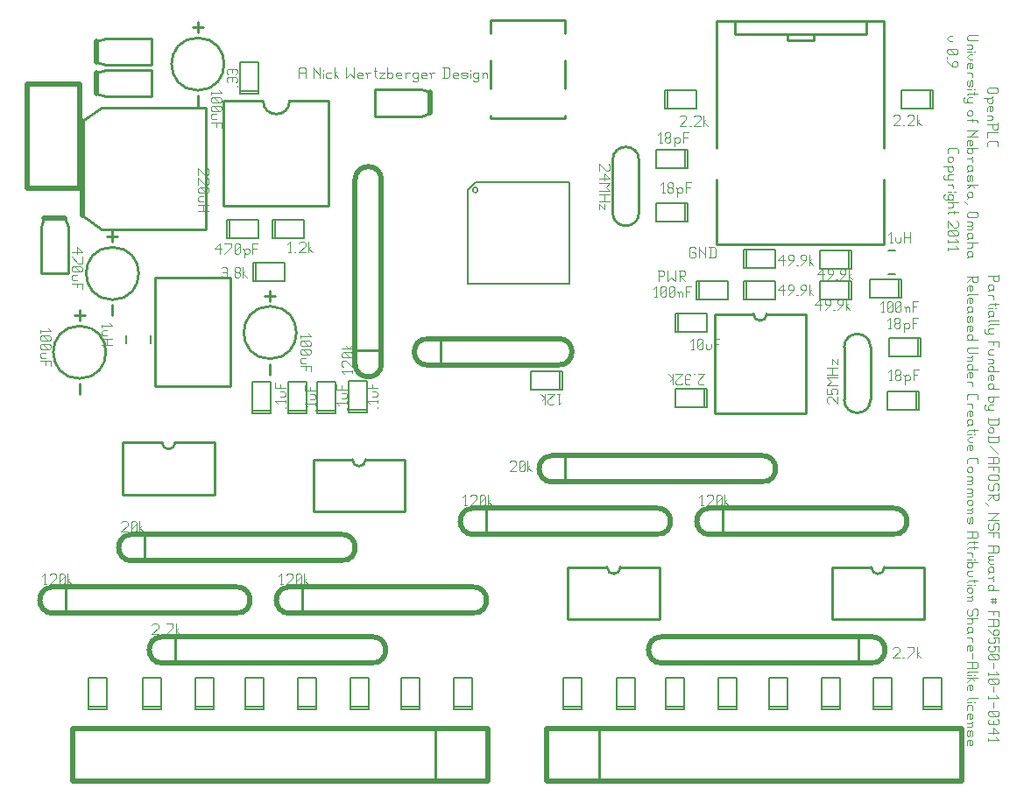
<source format=gto>
G04 start of page 7 for group -4079 idx -4079 *
G04 Title: (unknown), topsilk *
G04 Creator: pcb 20091103 *
G04 CreationDate: Wed 19 Jan 2011 06:29:37 AM GMT UTC *
G04 For: nwertzberger *
G04 Format: Gerber/RS-274X *
G04 PCB-Dimensions: 400000 300000 *
G04 PCB-Coordinate-Origin: lower left *
%MOIN*%
%FSLAX25Y25*%
%LNFRONTSILK*%
%ADD11C,0.0200*%
%ADD12C,0.0100*%
%ADD56C,0.0040*%
%ADD57C,0.0080*%
G54D56*X253000Y204300D02*Y200300D01*
X252500Y204300D02*X254500D01*
X255000Y203800D01*
Y202800D01*
X254500Y202300D02*X255000Y202800D01*
X253000Y202300D02*X254500D01*
X256201Y204300D02*Y200300D01*
X257701Y201800D01*
X259201Y200300D01*
Y204300D02*Y200300D01*
X260402Y204300D02*X262402D01*
X262902Y203800D01*
Y202800D01*
X262402Y202300D02*X262902Y202800D01*
X260902Y202300D02*X262402D01*
X260902Y204300D02*Y200300D01*
Y202300D02*X262902Y200300D01*
X266500Y213300D02*X267000Y212800D01*
X265000Y213300D02*X266500D01*
X264500Y212800D02*X265000Y213300D01*
X264500Y212800D02*Y209800D01*
X265000Y209300D01*
X266500D01*
X267000Y209800D01*
Y210800D02*Y209800D01*
X266500Y211300D02*X267000Y210800D01*
X265500Y211300D02*X266500D01*
X268201Y213300D02*Y209300D01*
Y213300D02*Y212800D01*
X270701Y210300D01*
Y213300D02*Y209300D01*
X272402Y213300D02*Y209300D01*
X273902Y213300D02*X274402Y212800D01*
Y209800D01*
X273902Y209300D02*X274402Y209800D01*
X271902Y209300D02*X273902D01*
X271902Y213300D02*X273902D01*
X362800Y250500D02*Y249000D01*
X363300Y251000D02*X362800Y250500D01*
X363300Y251000D02*X366300D01*
X366800Y250500D01*
Y249000D01*
X363300Y247799D02*X364300D01*
X364800Y247299D01*
Y246299D01*
X364300Y245799D01*
X363300D02*X364300D01*
X362800Y246299D02*X363300Y245799D01*
X362800Y247299D02*Y246299D01*
X363300Y247799D02*X362800Y247299D01*
X361300Y244098D02*X364300D01*
X364800Y244598D02*X364300Y244098D01*
X364800Y243598D01*
Y242598D01*
X364300Y242098D01*
X363300D02*X364300D01*
X362800Y242598D02*X363300Y242098D01*
X362800Y243598D02*Y242598D01*
X363300Y244098D02*X362800Y243598D01*
X363300Y240897D02*X364800D01*
X363300D02*X362800Y240397D01*
X361800Y238897D02*X364800D01*
X361300Y239397D02*X361800Y238897D01*
X361300Y240397D02*Y239397D01*
X361800Y240897D02*X361300Y240397D01*
X362800D02*Y239397D01*
X363300Y238897D01*
X362800Y237196D02*X364300D01*
X364800Y236696D01*
Y235696D01*
Y237696D02*X364300Y237196D01*
X365300Y234495D02*X365800D01*
X362800D02*X364300D01*
X364800Y231994D02*X364300Y231494D01*
X364800Y232994D02*Y231994D01*
X364300Y233494D02*X364800Y232994D01*
X363300Y233494D02*X364300D01*
X363300D02*X362800Y232994D01*
Y231994D01*
X363300Y231494D01*
X361800Y233494D02*X361300Y232994D01*
Y231994D01*
X361800Y231494D01*
X364800D01*
X362800Y230293D02*X366800D01*
X364300D02*X364800Y229793D01*
Y228793D01*
X364300Y228293D01*
X362800D02*X364300D01*
X363300Y226592D02*X366800D01*
X363300D02*X362800Y226092D01*
X365300Y227092D02*Y226092D01*
X366300Y223291D02*X366800Y222791D01*
Y221291D01*
X366300Y220791D01*
X365300D02*X366300D01*
X362800Y223291D02*X365300Y220791D01*
X362800Y223291D02*Y220791D01*
X363300Y219590D02*X362800Y219090D01*
X363300Y219590D02*X366300D01*
X366800Y219090D01*
Y218090D01*
X366300Y217590D01*
X363300D02*X366300D01*
X362800Y218090D02*X363300Y217590D01*
X362800Y219090D02*Y218090D01*
X363800Y219590D02*X365800Y217590D01*
X362800Y215889D02*Y214889D01*
Y215389D02*X366800D01*
X365800Y216389D02*X366800Y215389D01*
X362800Y213188D02*Y212188D01*
Y212688D02*X366800D01*
X365800Y213688D02*X366800Y212688D01*
X370800Y294000D02*X374300D01*
X370800D02*X370300Y293500D01*
Y292500D01*
X370800Y292000D01*
X374300D01*
X370300Y290299D02*X371800D01*
X372300Y289799D01*
Y289299D01*
X371800Y288799D01*
X370300D02*X371800D01*
X372300Y290799D02*X371800Y290299D01*
X372800Y287598D02*X373300D01*
X370300D02*X371800D01*
X371300Y286597D02*X372300D01*
X371300D02*X370300Y285597D01*
X371300Y284597D01*
X372300D01*
X370300Y282896D02*Y281396D01*
X370800Y283396D02*X370300Y282896D01*
X370800Y283396D02*X371800D01*
X372300Y282896D01*
Y281896D01*
X371800Y281396D01*
X371300Y283396D02*Y281396D01*
X371800D01*
X370300Y279695D02*X371800D01*
X372300Y279195D01*
Y278195D01*
Y280195D02*X371800Y279695D01*
X370300Y276494D02*Y274994D01*
X370800Y274494D01*
X371300Y274994D02*X370800Y274494D01*
X371300Y276494D02*Y274994D01*
X371800Y276994D02*X371300Y276494D01*
X371800Y276994D02*X372300Y276494D01*
Y274994D01*
X371800Y274494D01*
X370800Y276994D02*X370300Y276494D01*
X372800Y273293D02*X373300D01*
X370300D02*X371800D01*
X370800Y271792D02*X374300D01*
X370800D02*X370300Y271292D01*
X372800Y272292D02*Y271292D01*
X370800Y270291D02*X372300D01*
X370800D02*X370300Y269791D01*
X369300Y268291D02*X372300D01*
X368800Y268791D02*X369300Y268291D01*
X368800Y269791D02*Y268791D01*
X369300Y270291D02*X368800Y269791D01*
X370300D02*Y268791D01*
X370800Y268291D01*
Y265290D02*X371800D01*
X372300Y264790D01*
Y263790D01*
X371800Y263290D01*
X370800D02*X371800D01*
X370300Y263790D02*X370800Y263290D01*
X370300Y264790D02*Y263790D01*
X370800Y265290D02*X370300Y264790D01*
Y261589D02*X373800D01*
X374300Y261089D01*
Y260589D01*
X372300Y262089D02*Y261089D01*
X370300Y257788D02*X374300D01*
X373800D02*X374300D01*
X373800D02*X371300Y255288D01*
X370300D02*X374300D01*
X370300Y253587D02*Y252087D01*
X370800Y254087D02*X370300Y253587D01*
X370800Y254087D02*X371800D01*
X372300Y253587D01*
Y252587D01*
X371800Y252087D01*
X371300Y254087D02*Y252087D01*
X371800D01*
X370300Y250886D02*X374300D01*
X370800D02*X370300Y250386D01*
Y249386D01*
X370800Y248886D01*
X371800D01*
X372300Y249386D02*X371800Y248886D01*
X372300Y250386D02*Y249386D01*
X371800Y250886D02*X372300Y250386D01*
X370300Y247185D02*X371800D01*
X372300Y246685D01*
Y245685D01*
Y247685D02*X371800Y247185D01*
X372300Y242984D02*X371800Y242484D01*
X372300Y243984D02*Y242984D01*
X371800Y244484D02*X372300Y243984D01*
X370800Y244484D02*X371800D01*
X370800D02*X370300Y243984D01*
X370800Y242484D02*X372300D01*
X370800D02*X370300Y241984D01*
Y243984D02*Y242984D01*
X370800Y242484D01*
X370300Y240283D02*Y238783D01*
X370800Y238283D01*
X371300Y238783D02*X370800Y238283D01*
X371300Y240283D02*Y238783D01*
X371800Y240783D02*X371300Y240283D01*
X371800Y240783D02*X372300Y240283D01*
Y238783D01*
X371800Y238283D01*
X370800Y240783D02*X370300Y240283D01*
Y237082D02*X374300D01*
X371800D02*X370300Y235582D01*
X371800Y237082D02*X372800Y236082D01*
X372300Y232881D02*X371800Y232381D01*
X372300Y233881D02*Y232881D01*
X371800Y234381D02*X372300Y233881D01*
X370800Y234381D02*X371800D01*
X370800D02*X370300Y233881D01*
X370800Y232381D02*X372300D01*
X370800D02*X370300Y231881D01*
Y233881D02*Y232881D01*
X370800Y232381D01*
X369300Y230680D02*X370300Y229680D01*
X370800Y226679D02*X373800D01*
X374300Y226179D01*
Y225179D01*
X373800Y224679D01*
X370800D02*X373800D01*
X370300Y225179D02*X370800Y224679D01*
X370300Y226179D02*Y225179D01*
X370800Y226679D02*X370300Y226179D01*
Y222978D02*X371800D01*
X372300Y222478D01*
Y221978D01*
X371800Y221478D01*
X370300D02*X371800D01*
X372300Y220978D01*
Y220478D01*
X371800Y219978D01*
X370300D02*X371800D01*
X372300Y223478D02*X371800Y222978D01*
X372300Y217277D02*X371800Y216777D01*
X372300Y218277D02*Y217277D01*
X371800Y218777D02*X372300Y218277D01*
X370800Y218777D02*X371800D01*
X370800D02*X370300Y218277D01*
X370800Y216777D02*X372300D01*
X370800D02*X370300Y216277D01*
Y218277D02*Y217277D01*
X370800Y216777D01*
X370300Y215076D02*X374300D01*
X371800D02*X372300Y214576D01*
Y213576D01*
X371800Y213076D01*
X370300D02*X371800D01*
X372300Y210375D02*X371800Y209875D01*
X372300Y211375D02*Y210375D01*
X371800Y211875D02*X372300Y211375D01*
X370800Y211875D02*X371800D01*
X370800D02*X370300Y211375D01*
X370800Y209875D02*X372300D01*
X370800D02*X370300Y209375D01*
Y211375D02*Y210375D01*
X370800Y209875D01*
X363576Y293794D02*X364576D01*
X363576D02*X362576Y292794D01*
X363576Y291794D01*
X364576D01*
X363076Y288793D02*X362576Y288293D01*
X363076Y288793D02*X366076D01*
X366576Y288293D01*
Y287293D01*
X366076Y286793D01*
X363076D02*X366076D01*
X362576Y287293D02*X363076Y286793D01*
X362576Y288293D02*Y287293D01*
X363576Y288793D02*X365576Y286793D01*
X362576Y285592D02*Y285092D01*
Y283891D02*X364576Y281891D01*
X366076D01*
X366576Y282391D02*X366076Y281891D01*
X366576Y283391D02*Y282391D01*
X366076Y283891D02*X366576Y283391D01*
X365076Y283891D02*X366076D01*
X365076D02*X364576Y283391D01*
Y281891D01*
X378500Y273900D02*X381500D01*
X382000Y273400D01*
Y272400D01*
X381500Y271900D01*
X378500D02*X381500D01*
X378000Y272400D02*X378500Y271900D01*
X378000Y273400D02*Y272400D01*
X378500Y273900D02*X378000Y273400D01*
X376500Y270199D02*X379500D01*
X380000Y270699D02*X379500Y270199D01*
X380000Y269699D01*
Y268699D01*
X379500Y268199D01*
X378500D02*X379500D01*
X378000Y268699D02*X378500Y268199D01*
X378000Y269699D02*Y268699D01*
X378500Y270199D02*X378000Y269699D01*
Y266498D02*Y264998D01*
X378500Y266998D02*X378000Y266498D01*
X378500Y266998D02*X379500D01*
X380000Y266498D01*
Y265498D01*
X379500Y264998D01*
X379000Y266998D02*Y264998D01*
X379500D01*
X378000Y263297D02*X379500D01*
X380000Y262797D01*
Y262297D01*
X379500Y261797D01*
X378000D02*X379500D01*
X380000Y263797D02*X379500Y263297D01*
X378000Y260096D02*X382000D01*
Y260596D02*Y258596D01*
X381500Y258096D01*
X380500D02*X381500D01*
X380000Y258596D02*X380500Y258096D01*
X380000Y260096D02*Y258596D01*
X378000Y256895D02*X382000D01*
X378000D02*Y254895D01*
Y253194D02*Y251694D01*
X378500Y253694D02*X378000Y253194D01*
X378500Y253694D02*X381500D01*
X382000Y253194D01*
Y251694D01*
X374355Y202417D02*Y200417D01*
X373855Y199917D01*
X372855D02*X373855D01*
X372355Y200417D02*X372855Y199917D01*
X372355Y201917D02*Y200417D01*
X370355Y201917D02*X374355D01*
X372355D02*X370355Y199917D01*
Y198216D02*Y196716D01*
X370855Y198716D02*X370355Y198216D01*
X370855Y198716D02*X371855D01*
X372355Y198216D01*
Y197216D01*
X371855Y196716D01*
X371355Y198716D02*Y196716D01*
X371855D01*
X370855Y195515D02*X374355D01*
X370855D02*X370355Y195015D01*
Y193514D02*Y192014D01*
X370855Y194014D02*X370355Y193514D01*
X370855Y194014D02*X371855D01*
X372355Y193514D01*
Y192514D01*
X371855Y192014D01*
X371355Y194014D02*Y192014D01*
X371855D01*
X372355Y189313D02*X371855Y188813D01*
X372355Y190313D02*Y189313D01*
X371855Y190813D02*X372355Y190313D01*
X370855Y190813D02*X371855D01*
X370855D02*X370355Y190313D01*
X370855Y188813D02*X372355D01*
X370855D02*X370355Y188313D01*
Y190313D02*Y189313D01*
X370855Y188813D01*
X370355Y186612D02*Y185112D01*
X370855Y184612D01*
X371355Y185112D02*X370855Y184612D01*
X371355Y186612D02*Y185112D01*
X371855Y187112D02*X371355Y186612D01*
X371855Y187112D02*X372355Y186612D01*
Y185112D01*
X371855Y184612D01*
X370855Y187112D02*X370355Y186612D01*
Y182911D02*Y181411D01*
X370855Y183411D02*X370355Y182911D01*
X370855Y183411D02*X371855D01*
X372355Y182911D01*
Y181911D01*
X371855Y181411D01*
X371355Y183411D02*Y181411D01*
X371855D01*
X370355Y178210D02*X374355D01*
X370355Y178710D02*X370855Y178210D01*
X370355Y179710D02*Y178710D01*
X370855Y180210D02*X370355Y179710D01*
X370855Y180210D02*X371855D01*
X372355Y179710D01*
Y178710D01*
X371855Y178210D01*
X370855Y175209D02*X374355D01*
X370855D02*X370355Y174709D01*
Y173709D01*
X370855Y173209D01*
X374355D01*
X370355Y171508D02*X371855D01*
X372355Y171008D01*
Y170508D01*
X371855Y170008D01*
X370355D02*X371855D01*
X372355Y172008D02*X371855Y171508D01*
X370355Y166807D02*X374355D01*
X370355Y167307D02*X370855Y166807D01*
X370355Y168307D02*Y167307D01*
X370855Y168807D02*X370355Y168307D01*
X370855Y168807D02*X371855D01*
X372355Y168307D01*
Y167307D01*
X371855Y166807D01*
X370355Y165106D02*Y163606D01*
X370855Y165606D02*X370355Y165106D01*
X370855Y165606D02*X371855D01*
X372355Y165106D01*
Y164106D01*
X371855Y163606D01*
X371355Y165606D02*Y163606D01*
X371855D01*
X370355Y161905D02*X371855D01*
X372355Y161405D01*
Y160405D01*
Y162405D02*X371855Y161905D01*
X370355Y156904D02*Y155404D01*
X370855Y157404D02*X370355Y156904D01*
X370855Y157404D02*X373855D01*
X374355Y156904D01*
Y155404D01*
X370355Y153703D02*X371855D01*
X372355Y153203D01*
Y152203D01*
Y154203D02*X371855Y153703D01*
X370355Y150502D02*Y149002D01*
X370855Y151002D02*X370355Y150502D01*
X370855Y151002D02*X371855D01*
X372355Y150502D01*
Y149502D01*
X371855Y149002D01*
X371355Y151002D02*Y149002D01*
X371855D01*
X372355Y146301D02*X371855Y145801D01*
X372355Y147301D02*Y146301D01*
X371855Y147801D02*X372355Y147301D01*
X370855Y147801D02*X371855D01*
X370855D02*X370355Y147301D01*
X370855Y145801D02*X372355D01*
X370855D02*X370355Y145301D01*
Y147301D02*Y146301D01*
X370855Y145801D01*
Y143600D02*X374355D01*
X370855D02*X370355Y143100D01*
X372855Y144100D02*Y143100D01*
Y142099D02*X373355D01*
X370355D02*X371855D01*
X371355Y141098D02*X372355D01*
X371355D02*X370355Y140098D01*
X371355Y139098D01*
X372355D01*
X370355Y137397D02*Y135897D01*
X370855Y137897D02*X370355Y137397D01*
X370855Y137897D02*X371855D01*
X372355Y137397D01*
Y136397D01*
X371855Y135897D01*
X371355Y137897D02*Y135897D01*
X371855D01*
X370355Y132396D02*Y130896D01*
X370855Y132896D02*X370355Y132396D01*
X370855Y132896D02*X373855D01*
X374355Y132396D01*
Y130896D01*
X370855Y129695D02*X371855D01*
X372355Y129195D01*
Y128195D01*
X371855Y127695D01*
X370855D02*X371855D01*
X370355Y128195D02*X370855Y127695D01*
X370355Y129195D02*Y128195D01*
X370855Y129695D02*X370355Y129195D01*
Y125994D02*X371855D01*
X372355Y125494D01*
Y124994D01*
X371855Y124494D01*
X370355D02*X371855D01*
X372355Y123994D01*
Y123494D01*
X371855Y122994D01*
X370355D02*X371855D01*
X372355Y126494D02*X371855Y125994D01*
X370355Y121293D02*X371855D01*
X372355Y120793D01*
Y120293D01*
X371855Y119793D01*
X370355D02*X371855D01*
X372355Y119293D01*
Y118793D01*
X371855Y118293D01*
X370355D02*X371855D01*
X372355Y121793D02*X371855Y121293D01*
X370855Y117092D02*X371855D01*
X372355Y116592D01*
Y115592D01*
X371855Y115092D01*
X370855D02*X371855D01*
X370355Y115592D02*X370855Y115092D01*
X370355Y116592D02*Y115592D01*
X370855Y117092D02*X370355Y116592D01*
Y113391D02*X371855D01*
X372355Y112891D01*
Y112391D01*
X371855Y111891D01*
X370355D02*X371855D01*
X372355Y113891D02*X371855Y113391D01*
X370355Y110190D02*Y108690D01*
X370855Y108190D01*
X371355Y108690D02*X370855Y108190D01*
X371355Y110190D02*Y108690D01*
X371855Y110690D02*X371355Y110190D01*
X371855Y110690D02*X372355Y110190D01*
Y108690D01*
X371855Y108190D01*
X370855Y110690D02*X370355Y110190D01*
Y105189D02*X373855D01*
X374355Y104689D01*
Y103189D01*
X373855Y102689D01*
X370355D02*X373855D01*
X372355Y105189D02*Y102689D01*
X370855Y100988D02*X374355D01*
X370855D02*X370355Y100488D01*
X372855Y101488D02*Y100488D01*
X370855Y98987D02*X374355D01*
X370855D02*X370355Y98487D01*
X372855Y99487D02*Y98487D01*
X370355Y96986D02*X371855D01*
X372355Y96486D01*
Y95486D01*
Y97486D02*X371855Y96986D01*
X372855Y94285D02*X373355D01*
X370355D02*X371855D01*
X370355Y93284D02*X374355D01*
X370855D02*X370355Y92784D01*
Y91784D01*
X370855Y91284D01*
X371855D01*
X372355Y91784D02*X371855Y91284D01*
X372355Y92784D02*Y91784D01*
X371855Y93284D02*X372355Y92784D01*
X370855Y90083D02*X372355D01*
X370855D02*X370355Y89583D01*
Y88583D01*
X370855Y88083D01*
X372355D01*
X370855Y86382D02*X374355D01*
X370855D02*X370355Y85882D01*
X372855Y86882D02*Y85882D01*
Y84881D02*X373355D01*
X370355D02*X371855D01*
X370855Y83880D02*X371855D01*
X372355Y83380D01*
Y82380D01*
X371855Y81880D01*
X370855D02*X371855D01*
X370355Y82380D02*X370855Y81880D01*
X370355Y83380D02*Y82380D01*
X370855Y83880D02*X370355Y83380D01*
Y80179D02*X371855D01*
X372355Y79679D01*
Y79179D01*
X371855Y78679D01*
X370355D02*X371855D01*
X372355Y80679D02*X371855Y80179D01*
X374355Y73678D02*X373855Y73178D01*
X374355Y75178D02*Y73678D01*
X373855Y75678D02*X374355Y75178D01*
X372855Y75678D02*X373855D01*
X372855D02*X372355Y75178D01*
Y73678D01*
X371855Y73178D01*
X370855D02*X371855D01*
X370355Y73678D02*X370855Y73178D01*
X370355Y75178D02*Y73678D01*
X370855Y75678D02*X370355Y75178D01*
Y71977D02*X374355D01*
X371855D02*X372355Y71477D01*
Y70477D01*
X371855Y69977D01*
X370355D02*X371855D01*
X372355Y67276D02*X371855Y66776D01*
X372355Y68276D02*Y67276D01*
X371855Y68776D02*X372355Y68276D01*
X370855Y68776D02*X371855D01*
X370855D02*X370355Y68276D01*
X370855Y66776D02*X372355D01*
X370855D02*X370355Y66276D01*
Y68276D02*Y67276D01*
X370855Y66776D01*
X370355Y64575D02*X371855D01*
X372355Y64075D01*
Y63075D01*
Y65075D02*X371855Y64575D01*
X370355Y61374D02*Y59874D01*
X370855Y61874D02*X370355Y61374D01*
X370855Y61874D02*X371855D01*
X372355Y61374D01*
Y60374D01*
X371855Y59874D01*
X371355Y61874D02*Y59874D01*
X371855D01*
X372355Y58673D02*Y56673D01*
X370355Y55472D02*X373855D01*
X374355Y54972D01*
Y53472D01*
X373855Y52972D01*
X370355D02*X373855D01*
X372355Y55472D02*Y52972D01*
X370855Y51771D02*X374355D01*
X370855D02*X370355Y51271D01*
X372855Y50270D02*X373355D01*
X370355D02*X371855D01*
X370355Y49269D02*X374355D01*
X371855D02*X370355Y47769D01*
X371855Y49269D02*X372855Y48269D01*
X370355Y46068D02*Y44568D01*
X370855Y46568D02*X370355Y46068D01*
X370855Y46568D02*X371855D01*
X372355Y46068D01*
Y45068D01*
X371855Y44568D01*
X371355Y46568D02*Y44568D01*
X371855D01*
X370855Y41567D02*X374355D01*
X370855D02*X370355Y41067D01*
X372855Y40066D02*X373355D01*
X370355D02*X371855D01*
X372355Y38565D02*Y37065D01*
X371855Y39065D02*X372355Y38565D01*
X370855Y39065D02*X371855D01*
X370855D02*X370355Y38565D01*
Y37065D01*
Y35364D02*Y33864D01*
X370855Y35864D02*X370355Y35364D01*
X370855Y35864D02*X371855D01*
X372355Y35364D01*
Y34364D01*
X371855Y33864D01*
X371355Y35864D02*Y33864D01*
X371855D01*
X370355Y32163D02*X371855D01*
X372355Y31663D01*
Y31163D01*
X371855Y30663D01*
X370355D02*X371855D01*
X372355Y32663D02*X371855Y32163D01*
X370355Y28962D02*Y27462D01*
X370855Y26962D01*
X371355Y27462D02*X370855Y26962D01*
X371355Y28962D02*Y27462D01*
X371855Y29462D02*X371355Y28962D01*
X371855Y29462D02*X372355Y28962D01*
Y27462D01*
X371855Y26962D01*
X370855Y29462D02*X370355Y28962D01*
Y25261D02*Y23761D01*
X370855Y25761D02*X370355Y25261D01*
X370855Y25761D02*X371855D01*
X372355Y25261D01*
Y24261D01*
X371855Y23761D01*
X371355Y25761D02*Y23761D01*
X371855D01*
X378323Y202303D02*X382323D01*
Y202803D02*Y200803D01*
X381823Y200303D01*
X380823D02*X381823D01*
X380323Y200803D02*X380823Y200303D01*
X380323Y202303D02*Y200803D01*
Y197602D02*X379823Y197102D01*
X380323Y198602D02*Y197602D01*
X379823Y199102D02*X380323Y198602D01*
X378823Y199102D02*X379823D01*
X378823D02*X378323Y198602D01*
X378823Y197102D02*X380323D01*
X378823D02*X378323Y196602D01*
Y198602D02*Y197602D01*
X378823Y197102D01*
X378323Y194901D02*X379823D01*
X380323Y194401D01*
Y193401D01*
Y195401D02*X379823Y194901D01*
X378823Y191700D02*X382323D01*
X378823D02*X378323Y191200D01*
X380823Y192200D02*Y191200D01*
Y190199D02*X381323D01*
X378323D02*X379823D01*
X380323Y187698D02*X379823Y187198D01*
X380323Y188698D02*Y187698D01*
X379823Y189198D02*X380323Y188698D01*
X378823Y189198D02*X379823D01*
X378823D02*X378323Y188698D01*
X378823Y187198D02*X380323D01*
X378823D02*X378323Y186698D01*
Y188698D02*Y187698D01*
X378823Y187198D01*
Y185497D02*X382323D01*
X378823D02*X378323Y184997D01*
X378823Y183996D02*X382323D01*
X378823D02*X378323Y183496D01*
X378823Y182495D02*X380323D01*
X378823D02*X378323Y181995D01*
X377323Y180495D02*X380323D01*
X376823Y180995D02*X377323Y180495D01*
X376823Y181995D02*Y180995D01*
X377323Y182495D02*X376823Y181995D01*
X378323D02*Y180995D01*
X378823Y180495D01*
X378323Y177494D02*X382323D01*
Y175494D01*
X380323Y177494D02*Y175994D01*
X378823Y174293D02*X380323D01*
X378823D02*X378323Y173793D01*
Y172793D01*
X378823Y172293D01*
X380323D01*
X378323Y170592D02*X379823D01*
X380323Y170092D01*
Y169592D01*
X379823Y169092D01*
X378323D02*X379823D01*
X380323Y171092D02*X379823Y170592D01*
X378323Y165891D02*X382323D01*
X378323Y166391D02*X378823Y165891D01*
X378323Y167391D02*Y166391D01*
X378823Y167891D02*X378323Y167391D01*
X378823Y167891D02*X379823D01*
X380323Y167391D01*
Y166391D01*
X379823Y165891D01*
X378323Y164190D02*Y162690D01*
X378823Y164690D02*X378323Y164190D01*
X378823Y164690D02*X379823D01*
X380323Y164190D01*
Y163190D01*
X379823Y162690D01*
X379323Y164690D02*Y162690D01*
X379823D01*
X378323Y159489D02*X382323D01*
X378323Y159989D02*X378823Y159489D01*
X378323Y160989D02*Y159989D01*
X378823Y161489D02*X378323Y160989D01*
X378823Y161489D02*X379823D01*
X380323Y160989D01*
Y159989D01*
X379823Y159489D01*
X378323Y156488D02*X382323D01*
X378823D02*X378323Y155988D01*
Y154988D01*
X378823Y154488D01*
X379823D01*
X380323Y154988D02*X379823Y154488D01*
X380323Y155988D02*Y154988D01*
X379823Y156488D02*X380323Y155988D01*
X378823Y153287D02*X380323D01*
X378823D02*X378323Y152787D01*
X377323Y151287D02*X380323D01*
X376823Y151787D02*X377323Y151287D01*
X376823Y152787D02*Y151787D01*
X377323Y153287D02*X376823Y152787D01*
X378323D02*Y151787D01*
X378823Y151287D01*
X378323Y147786D02*X382323D01*
Y146286D02*X381823Y145786D01*
X378823D02*X381823D01*
X378323Y146286D02*X378823Y145786D01*
X378323Y148286D02*Y146286D01*
X382323Y148286D02*Y146286D01*
X378823Y144585D02*X379823D01*
X380323Y144085D01*
Y143085D01*
X379823Y142585D01*
X378823D02*X379823D01*
X378323Y143085D02*X378823Y142585D01*
X378323Y144085D02*Y143085D01*
X378823Y144585D02*X378323Y144085D01*
Y140884D02*X382323D01*
Y139384D02*X381823Y138884D01*
X378823D02*X381823D01*
X378323Y139384D02*X378823Y138884D01*
X378323Y141384D02*Y139384D01*
X382323Y141384D02*Y139384D01*
X378823Y137683D02*X381823Y134683D01*
X378323Y133482D02*X381823D01*
X382323Y132982D01*
Y131482D01*
X381823Y130982D01*
X378323D02*X381823D01*
X380323Y133482D02*Y130982D01*
X378323Y129781D02*X382323D01*
Y127781D01*
X380323Y129781D02*Y128281D01*
X378823Y126580D02*X381823D01*
X382323Y126080D01*
Y125080D01*
X381823Y124580D01*
X378823D02*X381823D01*
X378323Y125080D02*X378823Y124580D01*
X378323Y126080D02*Y125080D01*
X378823Y126580D02*X378323Y126080D01*
X382323Y121379D02*X381823Y120879D01*
X382323Y122879D02*Y121379D01*
X381823Y123379D02*X382323Y122879D01*
X380823Y123379D02*X381823D01*
X380823D02*X380323Y122879D01*
Y121379D01*
X379823Y120879D01*
X378823D02*X379823D01*
X378323Y121379D02*X378823Y120879D01*
X378323Y122879D02*Y121379D01*
X378823Y123379D02*X378323Y122879D01*
X382323Y119678D02*Y117678D01*
X381823Y117178D01*
X380823D02*X381823D01*
X380323Y117678D02*X380823Y117178D01*
X380323Y119178D02*Y117678D01*
X378323Y119178D02*X382323D01*
X380323D02*X378323Y117178D01*
X377323Y115977D02*X378323Y114977D01*
Y111976D02*X382323D01*
X381823D02*X382323D01*
X381823D02*X379323Y109476D01*
X378323D02*X382323D01*
Y106275D02*X381823Y105775D01*
X382323Y107775D02*Y106275D01*
X381823Y108275D02*X382323Y107775D01*
X380823Y108275D02*X381823D01*
X380823D02*X380323Y107775D01*
Y106275D01*
X379823Y105775D01*
X378823D02*X379823D01*
X378323Y106275D02*X378823Y105775D01*
X378323Y107775D02*Y106275D01*
X378823Y108275D02*X378323Y107775D01*
Y104574D02*X382323D01*
Y102574D01*
X380323Y104574D02*Y103074D01*
X378323Y99573D02*X381823D01*
X382323Y99073D01*
Y97573D01*
X381823Y97073D01*
X378323D02*X381823D01*
X380323Y99573D02*Y97073D01*
X378823Y95872D02*X380323D01*
X378823D02*X378323Y95372D01*
Y94872D01*
X378823Y94372D01*
X380323D01*
X378823D02*X378323Y93872D01*
Y93372D01*
X378823Y92872D01*
X380323D01*
Y90171D02*X379823Y89671D01*
X380323Y91171D02*Y90171D01*
X379823Y91671D02*X380323Y91171D01*
X378823Y91671D02*X379823D01*
X378823D02*X378323Y91171D01*
X378823Y89671D02*X380323D01*
X378823D02*X378323Y89171D01*
Y91171D02*Y90171D01*
X378823Y89671D01*
X378323Y87470D02*X379823D01*
X380323Y86970D01*
Y85970D01*
Y87970D02*X379823Y87470D01*
X378323Y82769D02*X382323D01*
X378323Y83269D02*X378823Y82769D01*
X378323Y84269D02*Y83269D01*
X378823Y84769D02*X378323Y84269D01*
X378823Y84769D02*X379823D01*
X380323Y84269D01*
Y83269D01*
X379823Y82769D01*
Y79768D02*Y77768D01*
X380823Y79768D02*Y77768D01*
X379323Y78268D02*X381323D01*
X379323Y79268D02*X381323D01*
X378323Y74767D02*X382323D01*
Y72767D01*
X380323Y74767D02*Y73267D01*
X378323Y71566D02*X381823D01*
X382323Y71066D01*
Y69566D01*
X381823Y69066D01*
X378323D02*X381823D01*
X380323Y71566D02*Y69066D01*
X378323Y67865D02*X380323Y65865D01*
X381823D01*
X382323Y66365D02*X381823Y65865D01*
X382323Y67365D02*Y66365D01*
X381823Y67865D02*X382323Y67365D01*
X380823Y67865D02*X381823D01*
X380823D02*X380323Y67365D01*
Y65865D01*
X382323Y64664D02*Y62664D01*
X380323Y64664D02*X382323D01*
X380323D02*X380823Y64164D01*
Y63164D01*
X380323Y62664D01*
X378823D02*X380323D01*
X378323Y63164D02*X378823Y62664D01*
X378323Y64164D02*Y63164D01*
X378823Y64664D02*X378323Y64164D01*
X382323Y61463D02*Y59463D01*
X380323Y61463D02*X382323D01*
X380323D02*X380823Y60963D01*
Y59963D01*
X380323Y59463D01*
X378823D02*X380323D01*
X378323Y59963D02*X378823Y59463D01*
X378323Y60963D02*Y59963D01*
X378823Y61463D02*X378323Y60963D01*
X378823Y58262D02*X378323Y57762D01*
X378823Y58262D02*X381823D01*
X382323Y57762D01*
Y56762D01*
X381823Y56262D01*
X378823D02*X381823D01*
X378323Y56762D02*X378823Y56262D01*
X378323Y57762D02*Y56762D01*
X379323Y58262D02*X381323Y56262D01*
X380323Y55061D02*Y53061D01*
X378323Y51360D02*Y50360D01*
Y50860D02*X382323D01*
X381323Y51860D02*X382323Y50860D01*
X378823Y49159D02*X378323Y48659D01*
X378823Y49159D02*X381823D01*
X382323Y48659D01*
Y47659D01*
X381823Y47159D01*
X378823D02*X381823D01*
X378323Y47659D02*X378823Y47159D01*
X378323Y48659D02*Y47659D01*
X379323Y49159D02*X381323Y47159D01*
X380323Y45958D02*Y43958D01*
X378323Y42257D02*Y41257D01*
Y41757D02*X382323D01*
X381323Y42757D02*X382323Y41757D01*
X380323Y40056D02*Y38056D01*
X378823Y36855D02*X378323Y36355D01*
X378823Y36855D02*X381823D01*
X382323Y36355D01*
Y35355D01*
X381823Y34855D01*
X378823D02*X381823D01*
X378323Y35355D02*X378823Y34855D01*
X378323Y36355D02*Y35355D01*
X379323Y36855D02*X381323Y34855D01*
X381823Y33654D02*X382323Y33154D01*
Y32154D01*
X381823Y31654D01*
X378823D02*X381823D01*
X378323Y32154D02*X378823Y31654D01*
X378323Y33154D02*Y32154D01*
X378823Y33654D02*X378323Y33154D01*
X380323D02*Y31654D01*
Y30453D02*X382323Y28453D01*
X380323Y30453D02*Y27953D01*
X378323Y28453D02*X382323D01*
X378323Y26252D02*Y25252D01*
Y25752D02*X382323D01*
X381323Y26752D02*X382323Y25752D01*
X116000Y281300D02*Y277800D01*
Y281300D02*X116500Y281800D01*
X118000D01*
X118500Y281300D01*
Y277800D01*
X116000Y279800D02*X118500D01*
X121501Y281800D02*Y277800D01*
Y281800D02*Y281300D01*
X124001Y278800D01*
Y281800D02*Y277800D01*
X125202Y280800D02*Y280300D01*
Y279300D02*Y277800D01*
X126703Y279800D02*X128203D01*
X126203Y279300D02*X126703Y279800D01*
X126203Y279300D02*Y278300D01*
X126703Y277800D01*
X128203D01*
X129404Y281800D02*Y277800D01*
Y279300D02*X130904Y277800D01*
X129404Y279300D02*X130404Y280300D01*
X133905Y281800D02*Y277800D01*
X135405Y279300D01*
X136905Y277800D01*
Y281800D02*Y277800D01*
X138606D02*X140106D01*
X138106Y278300D02*X138606Y277800D01*
X138106Y279300D02*Y278300D01*
Y279300D02*X138606Y279800D01*
X139606D01*
X140106Y279300D01*
X138106Y278800D02*X140106D01*
Y279300D02*Y278800D01*
X141807Y279300D02*Y277800D01*
Y279300D02*X142307Y279800D01*
X143307D01*
X141307D02*X141807Y279300D01*
X145008Y281800D02*Y278300D01*
X145508Y277800D01*
X144508Y280300D02*X145508D01*
X146509Y279800D02*X148509D01*
X146509Y277800D02*X148509Y279800D01*
X146509Y277800D02*X148509D01*
X149710Y281800D02*Y277800D01*
Y278300D02*X150210Y277800D01*
X151210D01*
X151710Y278300D01*
Y279300D02*Y278300D01*
X151210Y279800D02*X151710Y279300D01*
X150210Y279800D02*X151210D01*
X149710Y279300D02*X150210Y279800D01*
X153411Y277800D02*X154911D01*
X152911Y278300D02*X153411Y277800D01*
X152911Y279300D02*Y278300D01*
Y279300D02*X153411Y279800D01*
X154411D01*
X154911Y279300D01*
X152911Y278800D02*X154911D01*
Y279300D02*Y278800D01*
X156612Y279300D02*Y277800D01*
Y279300D02*X157112Y279800D01*
X158112D01*
X156112D02*X156612Y279300D01*
X160813Y279800D02*X161313Y279300D01*
X159813Y279800D02*X160813D01*
X159313Y279300D02*X159813Y279800D01*
X159313Y279300D02*Y278300D01*
X159813Y277800D01*
X160813D01*
X161313Y278300D01*
X159313Y276800D02*X159813Y276300D01*
X160813D01*
X161313Y276800D01*
Y279800D02*Y276800D01*
X163014Y277800D02*X164514D01*
X162514Y278300D02*X163014Y277800D01*
X162514Y279300D02*Y278300D01*
Y279300D02*X163014Y279800D01*
X164014D01*
X164514Y279300D01*
X162514Y278800D02*X164514D01*
Y279300D02*Y278800D01*
X166215Y279300D02*Y277800D01*
Y279300D02*X166715Y279800D01*
X167715D01*
X165715D02*X166215Y279300D01*
X171216Y281800D02*Y277800D01*
X172716Y281800D02*X173216Y281300D01*
Y278300D01*
X172716Y277800D02*X173216Y278300D01*
X170716Y277800D02*X172716D01*
X170716Y281800D02*X172716D01*
X174917Y277800D02*X176417D01*
X174417Y278300D02*X174917Y277800D01*
X174417Y279300D02*Y278300D01*
Y279300D02*X174917Y279800D01*
X175917D01*
X176417Y279300D01*
X174417Y278800D02*X176417D01*
Y279300D02*Y278800D01*
X178118Y277800D02*X179618D01*
X180118Y278300D01*
X179618Y278800D02*X180118Y278300D01*
X178118Y278800D02*X179618D01*
X177618Y279300D02*X178118Y278800D01*
X177618Y279300D02*X178118Y279800D01*
X179618D01*
X180118Y279300D01*
X177618Y278300D02*X178118Y277800D01*
X181319Y280800D02*Y280300D01*
Y279300D02*Y277800D01*
X183820Y279800D02*X184320Y279300D01*
X182820Y279800D02*X183820D01*
X182320Y279300D02*X182820Y279800D01*
X182320Y279300D02*Y278300D01*
X182820Y277800D01*
X183820D01*
X184320Y278300D01*
X182320Y276800D02*X182820Y276300D01*
X183820D01*
X184320Y276800D01*
Y279800D02*Y276800D01*
X186021Y279300D02*Y277800D01*
Y279300D02*X186521Y279800D01*
X187021D01*
X187521Y279300D01*
Y277800D01*
X185521Y279800D02*X186021Y279300D01*
G54D11*X210300Y10000D02*X368200D01*
X210300Y30000D02*X368200D01*
X210300D02*Y10000D01*
X368200Y30000D02*Y10000D01*
G54D12*X230300Y30000D02*Y10000D01*
G54D57*X315000Y37500D02*X322000D01*
Y49500D02*Y37500D01*
X315000Y49500D02*X322000D01*
X315000D02*Y37500D01*
Y38500D02*X322000D01*
G54D11*X254000Y65000D02*X334000D01*
X254000Y55000D02*X334000D01*
G54D12*X329000Y65000D02*Y55000D01*
G54D11*X334000D02*G75*G03X334000Y65000I0J5000D01*G01*
X254000D02*G75*G03X254000Y55000I0J-5000D01*G01*
G54D57*X334500Y37500D02*X341500D01*
Y49500D02*Y37500D01*
X334500Y49500D02*X341500D01*
X334500D02*Y37500D01*
Y38500D02*X341500D01*
X353500Y37500D02*X360500D01*
Y49500D02*Y37500D01*
X353500Y49500D02*X360500D01*
X353500D02*Y37500D01*
Y38500D02*X360500D01*
X275500Y37500D02*X282500D01*
Y49500D02*Y37500D01*
X275500Y49500D02*X282500D01*
X275500D02*Y37500D01*
Y38500D02*X282500D01*
X295000Y37500D02*X302000D01*
Y49500D02*Y37500D01*
X295000Y49500D02*X302000D01*
X295000D02*Y37500D01*
Y38500D02*X302000D01*
G54D12*X187370Y113953D02*Y103953D01*
G54D11*X182370Y113953D02*X252370D01*
X182370Y103953D02*X252370D01*
G75*G03X252370Y113953I0J5000D01*G01*
X182370D02*G75*G03X182370Y103953I0J-5000D01*G01*
G54D12*X217370Y133953D02*Y123953D01*
G54D11*X212370Y133953D02*X292370D01*
X212370Y123953D02*X292370D01*
G75*G03X292370Y133953I0J5000D01*G01*
X212370D02*G75*G03X212370Y123953I0J-5000D01*G01*
G54D12*X277370Y113953D02*Y103953D01*
G54D11*X272370Y113953D02*X342370D01*
X272370Y103953D02*X342370D01*
G75*G03X342370Y113953I0J5000D01*G01*
X272370D02*G75*G03X272370Y103953I0J-5000D01*G01*
G54D12*X218370Y91453D02*Y71553D01*
X253270D01*
Y91453D02*Y71553D01*
X238270Y91453D02*X253270D01*
X218370D02*X233270D01*
G75*G03X238270Y91453I2500J0D01*G01*
X318870D02*Y71553D01*
X353770D01*
Y91453D02*Y71553D01*
X338770Y91453D02*X353770D01*
X318870D02*X333770D01*
G75*G03X338770Y91453I2500J0D01*G01*
G54D57*X356370Y272953D02*Y265953D01*
X345370D02*X357370D01*
X345370Y272953D02*Y265953D01*
Y272953D02*X357370D01*
Y265953D01*
X256370Y272953D02*Y265953D01*
X267370Y272953D02*X255370D01*
X267370Y265953D02*Y272953D01*
X255370Y265953D02*X267370D01*
X255370Y272953D02*Y265953D01*
X350870Y158453D02*Y151453D01*
X339870D02*X351870D01*
X339870Y158453D02*Y151453D01*
Y158453D02*X351870D01*
Y151453D01*
X270370Y159453D02*Y152453D01*
X259370D02*X271370D01*
X259370Y159453D02*Y152453D01*
Y159453D02*X271370D01*
Y152453D01*
X215370Y165953D02*Y158953D01*
X204370D02*X216370D01*
X204370Y165953D02*Y158953D01*
Y165953D02*X216370D01*
Y158953D01*
G54D12*X333470Y175253D02*Y155253D01*
X323470Y175253D02*Y155253D01*
X333470Y175253D02*G75*G03X323470Y175253I-5000J0D01*G01*
Y155253D02*G75*G03X333470Y155253I5000J0D01*G01*
X274070Y187853D02*Y150053D01*
X308970D01*
Y187853D02*Y150053D01*
X293970Y187853D02*X308970D01*
X274070D02*X288970D01*
G75*G03X293970Y187853I2500J0D01*G01*
G54D57*X351500Y178800D02*Y171800D01*
X340500D02*X352500D01*
X340500Y178800D02*Y171800D01*
Y178800D02*X352500D01*
Y171800D01*
X286370Y212453D02*Y205453D01*
X285370Y212453D02*X297370D01*
Y205453D01*
X285370D02*X297370D01*
X285370Y212453D02*Y205453D01*
X326370Y211953D02*Y204953D01*
X314370Y211953D02*X326370D01*
X314370D02*Y204953D01*
X326370D01*
X325370Y211953D02*Y204953D01*
X340111Y212118D02*X342865D01*
X340111Y203064D02*X342865D01*
G54D12*X311900Y294500D02*Y292000D01*
X301900D02*X311900D01*
X301900Y294500D02*Y292000D01*
X331900Y299500D02*Y294500D01*
X281900D02*X331900D01*
X281900Y299500D02*Y294500D01*
X274900Y239000D02*Y214500D01*
X338400Y239000D02*Y214500D01*
Y299500D02*Y251000D01*
X274900Y299500D02*Y251000D01*
Y299500D02*X338400D01*
X274900Y214500D02*X338400D01*
G54D57*X262870Y229953D02*Y222953D01*
X251870D02*X263870D01*
X251870Y229953D02*Y222953D01*
Y229953D02*X263870D01*
Y222953D01*
X260370Y187953D02*Y180953D01*
X259370Y187953D02*X271370D01*
Y180953D01*
X259370D02*X271370D01*
X259370Y187953D02*Y180953D01*
G54D12*X235370Y246453D02*Y226453D01*
X245370Y246453D02*Y226453D01*
X235370D02*G75*G03X245370Y226453I5000J0D01*G01*
Y246453D02*G75*G03X235370Y246453I-5000J0D01*G01*
G54D57*X262870Y250453D02*Y243453D01*
X251870D02*X263870D01*
X251870Y250453D02*Y243453D01*
Y250453D02*X263870D01*
Y243453D01*
X268370Y200453D02*Y193453D01*
X267370Y200453D02*X279370D01*
Y193453D01*
X267370D02*X279370D01*
X267370Y200453D02*Y193453D01*
X286370Y200453D02*Y193453D01*
X285370Y200453D02*X297370D01*
Y193453D01*
X285370D02*X297370D01*
X285370Y200453D02*Y193453D01*
X326370Y200453D02*Y193453D01*
X314370Y200453D02*X326370D01*
X314370D02*Y193453D01*
X326370D01*
X325370Y200453D02*Y193453D01*
X345370Y200953D02*Y193953D01*
X333370Y200953D02*X345370D01*
X333370D02*Y193953D01*
X345370D01*
X344370Y200953D02*Y193953D01*
G54D11*X39000Y279700D02*Y271700D01*
G54D12*X42400Y270600D01*
X60000D01*
Y280800D02*Y270600D01*
X42400Y280800D02*X60000D01*
X42400D02*X39000Y279700D01*
G54D57*X93500Y272800D02*X100500D01*
X93500Y283800D02*Y271800D01*
Y283800D02*X100500D01*
Y271800D01*
X93500D02*X100500D01*
G54D11*X39000Y291700D02*Y283700D01*
G54D12*X42400Y282600D01*
X60000D01*
Y292800D01*
X42400D01*
X39000Y291700D01*
X77500Y271000D02*Y267000D01*
X75500Y297000D02*X79500D01*
X77500Y299000D02*Y295000D01*
Y293000D02*G75*G03X77500Y293000I0J-10000D01*G01*
G54D11*X166000Y272300D02*Y264300D01*
G54D12*Y272300D02*X162600Y273400D01*
X145000D02*X162600D01*
X145000D02*Y263200D01*
X162600D01*
X166000Y264300D01*
G54D57*X180187Y235086D02*X183087Y237986D01*
X180187Y235086D02*Y199416D01*
X218757D01*
Y237986D02*Y199416D01*
X183087Y237986D02*X218757D01*
X182087Y235086D02*G75*G03X182087Y235086I1000J0D01*G01*
G54D12*X169870Y178453D02*Y168453D01*
G54D11*X164870Y178453D02*X214870D01*
X164870Y168453D02*X214870D01*
G75*G03X214870Y178453I0J5000D01*G01*
X164870D02*G75*G03X164870Y168453I0J-5000D01*G01*
G54D12*X189000Y299737D02*Y294618D01*
X217346Y299737D02*Y294618D01*
X189000Y262335D02*X217346D01*
X189000Y263516D02*Y262335D01*
X217346Y263516D02*Y262335D01*
X189000Y284382D02*Y273752D01*
X217346Y284382D02*Y273752D01*
X189000Y299737D02*X217346D01*
G54D57*X89500Y223800D02*Y216800D01*
X88500Y223800D02*X100500D01*
Y216800D01*
X88500D02*X100500D01*
X88500Y223800D02*Y216800D01*
X98370Y150953D02*X105370D01*
X98370Y161953D02*Y149953D01*
Y161953D02*X105370D01*
Y149953D01*
X98370D02*X105370D01*
X99500Y207300D02*Y200300D01*
X110500Y207300D02*X98500D01*
X110500Y200300D02*Y207300D01*
X98500Y200300D02*X110500D01*
X98500Y207300D02*Y200300D01*
G54D12*X105000Y168800D02*Y164800D01*
X103000Y194800D02*X107000D01*
X105000Y196800D02*Y192800D01*
Y190800D02*G75*G03X105000Y190800I0J-10000D01*G01*
G54D57*X111870Y150953D02*X118870D01*
X111870Y161953D02*Y149953D01*
Y161953D02*X118870D01*
Y149953D01*
X111870D02*X118870D01*
G54D12*X28070Y221053D02*X26970Y224453D01*
X28070Y221053D02*Y203453D01*
X17870D02*X28070D01*
X17870Y221053D02*Y203453D01*
X18970Y224453D02*X17870Y221053D01*
G54D11*X18970Y224453D02*X26970D01*
G54D12*X32500Y161300D02*Y157300D01*
X30500Y187300D02*X34500D01*
X32500Y189300D02*Y185300D01*
Y183300D02*G75*G03X32500Y183300I0J-10000D01*G01*
G54D57*X50335Y179559D02*Y176805D01*
X59389Y179559D02*Y176805D01*
G54D12*X45000Y191300D02*Y187300D01*
X43000Y217300D02*X47000D01*
X45000Y219300D02*Y215300D01*
Y213300D02*G75*G03X45000Y213300I0J-10000D01*G01*
X48970Y138953D02*Y119053D01*
X83870D01*
Y138953D02*Y119053D01*
X68870Y138953D02*X83870D01*
X48970D02*X63870D01*
G75*G03X68870Y138953I2500J0D01*G01*
X89800Y201800D02*X61300D01*
X89800Y160400D02*Y201800D01*
X61300Y160400D02*X89800D01*
X61300Y201800D02*Y160400D01*
X137370Y173953D02*X147370D01*
G54D11*X137370Y238953D02*Y168953D01*
X147370Y238953D02*Y168953D01*
Y238953D02*G75*G03X137370Y238953I-5000J0D01*G01*
Y168953D02*G75*G03X147370Y168953I5000J0D01*G01*
G54D57*X134870Y151453D02*X141870D01*
X134870Y162453D02*Y150453D01*
Y162453D02*X141870D01*
Y150453D01*
X134870D02*X141870D01*
G54D12*X121470Y132453D02*Y112553D01*
X156370D01*
Y132453D02*Y112553D01*
X141370Y132453D02*X156370D01*
X121470D02*X136370D01*
G75*G03X141370Y132453I2500J0D01*G01*
G54D57*X122870Y150953D02*X129870D01*
X122870Y161953D02*Y149953D01*
Y161953D02*X129870D01*
Y149953D01*
X122870D02*X129870D01*
X107000Y223800D02*Y216800D01*
X106000Y223800D02*X118000D01*
Y216800D01*
X106000D02*X118000D01*
X106000Y223800D02*Y216800D01*
G54D12*X112370Y268953D02*X127370D01*
X87370D02*X102370D01*
X127370Y228953D02*Y268953D01*
X87370Y228953D02*X127370D01*
X87370Y268953D02*Y228953D01*
X102370Y268953D02*G75*G03X112370Y268953I5000J0D01*G01*
G54D11*X33400Y261300D02*Y225300D01*
G54D12*X41000Y220200D01*
X80600D01*
Y266400D01*
X41000D01*
X33400Y261300D01*
G54D11*X32500Y275500D02*Y235800D01*
X12500Y275500D02*Y235800D01*
X32500D01*
X12500Y275500D02*X32500D01*
G54D57*X76500Y37500D02*X83500D01*
Y49500D02*Y37500D01*
X76500Y49500D02*X83500D01*
X76500D02*Y37500D01*
Y38500D02*X83500D01*
X95500Y37500D02*X102500D01*
Y49500D02*Y37500D01*
X95500Y49500D02*X102500D01*
X95500D02*Y37500D01*
Y38500D02*X102500D01*
X115500Y37500D02*X122500D01*
Y49500D02*Y37500D01*
X115500Y49500D02*X122500D01*
X115500D02*Y37500D01*
Y38500D02*X122500D01*
X135500Y37500D02*X142500D01*
Y49500D02*Y37500D01*
X135500Y49500D02*X142500D01*
X135500D02*Y37500D01*
Y38500D02*X142500D01*
X155000Y37500D02*X162000D01*
Y49500D02*Y37500D01*
X155000Y49500D02*X162000D01*
X155000D02*Y37500D01*
Y38500D02*X162000D01*
X175000Y37500D02*X182000D01*
Y49500D02*Y37500D01*
X175000Y49500D02*X182000D01*
X175000D02*Y37500D01*
Y38500D02*X182000D01*
X216500Y37500D02*X223500D01*
Y49500D02*Y37500D01*
X216500Y49500D02*X223500D01*
X216500D02*Y37500D01*
Y38500D02*X223500D01*
X237000Y37500D02*X244000D01*
Y49500D02*Y37500D01*
X237000Y49500D02*X244000D01*
X237000D02*Y37500D01*
Y38500D02*X244000D01*
X255500Y37500D02*X262500D01*
Y49500D02*Y37500D01*
X255500Y49500D02*X262500D01*
X255500D02*Y37500D01*
Y38500D02*X262500D01*
G54D11*X64000Y55000D02*X144000D01*
X64000Y65000D02*X144000D01*
G54D12*X69000D02*Y55000D01*
G54D11*X64000Y65000D02*G75*G03X64000Y55000I0J-5000D01*G01*
X144000D02*G75*G03X144000Y65000I0J5000D01*G01*
G54D12*X27370Y83953D02*Y73953D01*
G54D11*X22370Y83953D02*X92370D01*
X22370Y73953D02*X92370D01*
G75*G03X92370Y83953I0J5000D01*G01*
X22370D02*G75*G03X22370Y73953I0J-5000D01*G01*
G54D12*X57370Y103953D02*Y93953D01*
G54D11*X52370Y103953D02*X132370D01*
X52370Y93953D02*X132370D01*
G75*G03X132370Y103953I0J5000D01*G01*
X52370D02*G75*G03X52370Y93953I0J-5000D01*G01*
G54D12*X117370Y83953D02*Y73953D01*
G54D11*X112370Y83953D02*X182370D01*
X112370Y73953D02*X182370D01*
G75*G03X182370Y83953I0J5000D01*G01*
X112370D02*G75*G03X112370Y73953I0J-5000D01*G01*
X30000Y30000D02*X187900D01*
X30000Y10000D02*X187900D01*
Y30000D02*Y10000D01*
X30000Y30000D02*Y10000D01*
G54D12*X167900Y30000D02*Y10000D01*
G54D57*X36000Y37500D02*X43000D01*
Y49500D02*Y37500D01*
X36000Y49500D02*X43000D01*
X36000D02*Y37500D01*
Y38500D02*X43000D01*
X56500Y37500D02*X63500D01*
Y49500D02*Y37500D01*
X56500Y49500D02*X63500D01*
X56500D02*Y37500D01*
Y38500D02*X63500D01*
G54D56*X253130Y253147D02*X254130D01*
X253630Y257147D02*Y253147D01*
X252630Y256147D02*X253630Y257147D01*
X255331Y253647D02*X255831Y253147D01*
X255331Y254647D02*Y253647D01*
Y254647D02*X255831Y255147D01*
X256831D01*
X257331Y254647D01*
Y253647D01*
X256831Y253147D02*X257331Y253647D01*
X255831Y253147D02*X256831D01*
X255331Y255647D02*X255831Y255147D01*
X255331Y256647D02*Y255647D01*
Y256647D02*X255831Y257147D01*
X256831D01*
X257331Y256647D01*
Y255647D01*
X256831Y255147D02*X257331Y255647D01*
X259032Y254647D02*Y251647D01*
X258532Y255147D02*X259032Y254647D01*
X259532Y255147D01*
X260532D01*
X261032Y254647D01*
Y253647D01*
X260532Y253147D02*X261032Y253647D01*
X259532Y253147D02*X260532D01*
X259032Y253647D02*X259532Y253147D01*
X262233Y257147D02*Y253147D01*
Y257147D02*X264233D01*
X262233Y255147D02*X263733D01*
X260870Y262953D02*X261370Y263453D01*
X262870D01*
X263370Y262953D01*
Y261953D01*
X260870Y259453D02*X263370Y261953D01*
X260870Y259453D02*X263370D01*
X264571D02*X265071D01*
X266272Y262953D02*X266772Y263453D01*
X268272D01*
X268772Y262953D01*
Y261953D01*
X266272Y259453D02*X268772Y261953D01*
X266272Y259453D02*X268772D01*
X269973Y263453D02*Y259453D01*
Y260953D02*X271473Y259453D01*
X269973Y260953D02*X270973Y261953D01*
X340630Y162647D02*X341630D01*
X341130Y166647D02*Y162647D01*
X340130Y165647D02*X341130Y166647D01*
X342831Y163147D02*X343331Y162647D01*
X342831Y164147D02*Y163147D01*
Y164147D02*X343331Y164647D01*
X344331D01*
X344831Y164147D01*
Y163147D01*
X344331Y162647D02*X344831Y163147D01*
X343331Y162647D02*X344331D01*
X342831Y165147D02*X343331Y164647D01*
X342831Y166147D02*Y165147D01*
Y166147D02*X343331Y166647D01*
X344331D01*
X344831Y166147D01*
Y165147D01*
X344331Y164647D02*X344831Y165147D01*
X346532Y164147D02*Y161147D01*
X346032Y164647D02*X346532Y164147D01*
X347032Y164647D01*
X348032D01*
X348532Y164147D01*
Y163147D01*
X348032Y162647D02*X348532Y163147D01*
X347032Y162647D02*X348032D01*
X346532Y163147D02*X347032Y162647D01*
X349733Y166647D02*Y162647D01*
Y166647D02*X351733D01*
X349733Y164647D02*X351233D01*
X337630Y188647D02*X338630D01*
X338130Y192647D02*Y188647D01*
X337130Y191647D02*X338130Y192647D01*
X339831Y189147D02*X340331Y188647D01*
X339831Y192147D02*Y189147D01*
Y192147D02*X340331Y192647D01*
X341331D01*
X341831Y192147D01*
Y189147D01*
X341331Y188647D02*X341831Y189147D01*
X340331Y188647D02*X341331D01*
X339831Y189647D02*X341831Y191647D01*
X343032Y189147D02*X343532Y188647D01*
X343032Y192147D02*Y189147D01*
Y192147D02*X343532Y192647D01*
X344532D01*
X345032Y192147D01*
Y189147D01*
X344532Y188647D02*X345032Y189147D01*
X343532Y188647D02*X344532D01*
X343032Y189647D02*X345032Y191647D01*
X346733Y190147D02*Y188647D01*
Y190147D02*X347233Y190647D01*
X347733D01*
X348233Y190147D01*
Y188647D01*
X346233Y190647D02*X346733Y190147D01*
X349434Y192647D02*Y188647D01*
Y192647D02*X351434D01*
X349434Y190647D02*X350934D01*
X340732Y215088D02*X341732D01*
X341232Y219088D02*Y215088D01*
X340232Y218088D02*X341232Y219088D01*
X342933Y217088D02*Y215588D01*
X343433Y215088D01*
X344433D01*
X344933Y215588D01*
Y217088D02*Y215588D01*
X346134Y219088D02*Y215088D01*
X348634Y219088D02*Y215088D01*
X346134Y217088D02*X348634D01*
X342130Y263147D02*X342630Y263647D01*
X344130D01*
X344630Y263147D01*
Y262147D01*
X342130Y259647D02*X344630Y262147D01*
X342130Y259647D02*X344630D01*
X345831D02*X346331D01*
X347532Y263147D02*X348032Y263647D01*
X349532D01*
X350032Y263147D01*
Y262147D01*
X347532Y259647D02*X350032Y262147D01*
X347532Y259647D02*X350032D01*
X351233Y263647D02*Y259647D01*
Y261147D02*X352733Y259647D01*
X351233Y261147D02*X352233Y262147D01*
X340370Y182453D02*X341370D01*
X340870Y186453D02*Y182453D01*
X339870Y185453D02*X340870Y186453D01*
X342571Y182953D02*X343071Y182453D01*
X342571Y183953D02*Y182953D01*
Y183953D02*X343071Y184453D01*
X344071D01*
X344571Y183953D01*
Y182953D01*
X344071Y182453D02*X344571Y182953D01*
X343071Y182453D02*X344071D01*
X342571Y184953D02*X343071Y184453D01*
X342571Y185953D02*Y184953D01*
Y185953D02*X343071Y186453D01*
X344071D01*
X344571Y185953D01*
Y184953D01*
X344071Y184453D02*X344571Y184953D01*
X346272Y183953D02*Y180953D01*
X345772Y184453D02*X346272Y183953D01*
X346772Y184453D01*
X347772D01*
X348272Y183953D01*
Y182953D01*
X347772Y182453D02*X348272Y182953D01*
X346772Y182453D02*X347772D01*
X346272Y182953D02*X346772Y182453D01*
X349473Y186453D02*Y182453D01*
Y186453D02*X351473D01*
X349473Y184453D02*X350973D01*
X317470Y153753D02*X316970Y154253D01*
Y155753D02*Y154253D01*
Y155753D02*X317470Y156253D01*
X318470D01*
X320970Y153753D02*X318470Y156253D01*
X320970D02*Y153753D01*
X316970Y159454D02*Y157454D01*
X318970D01*
X318470Y157954D01*
Y158954D02*Y157954D01*
Y158954D02*X318970Y159454D01*
X320470D01*
X320970Y158954D02*X320470Y159454D01*
X320970Y158954D02*Y157954D01*
X320470Y157454D02*X320970Y157954D01*
X316970Y160655D02*X320970D01*
X316970D02*X318470Y162155D01*
X316970Y163655D01*
X320970D01*
X316970Y164856D02*X320970D01*
X316970Y167356D02*X320970D01*
X318970D02*Y164856D01*
Y170557D02*Y168557D01*
X320970D02*X318970Y170557D01*
X320970D02*Y168557D01*
X298370Y208453D02*X300370Y210453D01*
X298370Y208453D02*X300870D01*
X300370Y210453D02*Y206453D01*
X302071D02*X304071Y208453D01*
Y209953D02*Y208453D01*
X303571Y210453D02*X304071Y209953D01*
X302571Y210453D02*X303571D01*
X302071Y209953D02*X302571Y210453D01*
X302071Y209953D02*Y208953D01*
X302571Y208453D01*
X304071D01*
X305272Y206453D02*X305772D01*
X306973D02*X308973Y208453D01*
Y209953D02*Y208453D01*
X308473Y210453D02*X308973Y209953D01*
X307473Y210453D02*X308473D01*
X306973Y209953D02*X307473Y210453D01*
X306973Y209953D02*Y208953D01*
X307473Y208453D01*
X308973D01*
X310174Y210453D02*Y206453D01*
Y207953D02*X311674Y206453D01*
X310174Y207953D02*X311174Y208953D01*
X298370Y196953D02*X300370Y198953D01*
X298370Y196953D02*X300870D01*
X300370Y198953D02*Y194953D01*
X302071D02*X304071Y196953D01*
Y198453D02*Y196953D01*
X303571Y198953D02*X304071Y198453D01*
X302571Y198953D02*X303571D01*
X302071Y198453D02*X302571Y198953D01*
X302071Y198453D02*Y197453D01*
X302571Y196953D01*
X304071D01*
X305272Y194953D02*X305772D01*
X306973D02*X308973Y196953D01*
Y198453D02*Y196953D01*
X308473Y198953D02*X308973Y198453D01*
X307473Y198953D02*X308473D01*
X306973Y198453D02*X307473Y198953D01*
X306973Y198453D02*Y197453D01*
X307473Y196953D01*
X308973D01*
X310174Y198953D02*Y194953D01*
Y196453D02*X311674Y194953D01*
X310174Y196453D02*X311174Y197453D01*
X313370Y202953D02*X315370Y204953D01*
X313370Y202953D02*X315870D01*
X315370Y204953D02*Y200953D01*
X317071D02*X319071Y202953D01*
Y204453D02*Y202953D01*
X318571Y204953D02*X319071Y204453D01*
X317571Y204953D02*X318571D01*
X317071Y204453D02*X317571Y204953D01*
X317071Y204453D02*Y203453D01*
X317571Y202953D01*
X319071D01*
X320272Y200953D02*X320772D01*
X321973D02*X323973Y202953D01*
Y204453D02*Y202953D01*
X323473Y204953D02*X323973Y204453D01*
X322473Y204953D02*X323473D01*
X321973Y204453D02*X322473Y204953D01*
X321973Y204453D02*Y203453D01*
X322473Y202953D01*
X323973D01*
X325174Y204953D02*Y200953D01*
Y202453D02*X326674Y200953D01*
X325174Y202453D02*X326174Y203453D01*
X312370Y191453D02*X314370Y193453D01*
X312370Y191453D02*X314870D01*
X314370Y193453D02*Y189453D01*
X316071D02*X318071Y191453D01*
Y192953D02*Y191453D01*
X317571Y193453D02*X318071Y192953D01*
X316571Y193453D02*X317571D01*
X316071Y192953D02*X316571Y193453D01*
X316071Y192953D02*Y191953D01*
X316571Y191453D01*
X318071D01*
X319272Y189453D02*X319772D01*
X320973D02*X322973Y191453D01*
Y192953D02*Y191453D01*
X322473Y193453D02*X322973Y192953D01*
X321473Y193453D02*X322473D01*
X320973Y192953D02*X321473Y193453D01*
X320973Y192953D02*Y191953D01*
X321473Y191453D01*
X322973D01*
X324174Y193453D02*Y189453D01*
Y190953D02*X325674Y189453D01*
X324174Y190953D02*X325174Y191953D01*
X254153Y233930D02*X255153D01*
X254653Y237930D02*Y233930D01*
X253653Y236930D02*X254653Y237930D01*
X256354Y234430D02*X256854Y233930D01*
X256354Y235430D02*Y234430D01*
Y235430D02*X256854Y235930D01*
X257854D01*
X258354Y235430D01*
Y234430D01*
X257854Y233930D02*X258354Y234430D01*
X256854Y233930D02*X257854D01*
X256354Y236430D02*X256854Y235930D01*
X256354Y237430D02*Y236430D01*
Y237430D02*X256854Y237930D01*
X257854D01*
X258354Y237430D01*
Y236430D01*
X257854Y235930D02*X258354Y236430D01*
X260055Y235430D02*Y232430D01*
X259555Y235930D02*X260055Y235430D01*
X260555Y235930D01*
X261555D01*
X262055Y235430D01*
Y234430D01*
X261555Y233930D02*X262055Y234430D01*
X260555Y233930D02*X261555D01*
X260055Y234430D02*X260555Y233930D01*
X263256Y237930D02*Y233930D01*
Y237930D02*X265256D01*
X263256Y235930D02*X264756D01*
X233870Y244953D02*X234370Y244453D01*
Y242953D01*
X233870Y242453D01*
X232870D02*X233870D01*
X230370Y244953D02*X232870Y242453D01*
X230370Y244953D02*Y242453D01*
X232370Y241252D02*X234370Y239252D01*
X232370Y241252D02*Y238752D01*
X230370Y239252D02*X234370D01*
X230370Y237551D02*X234370D01*
X232870Y236051D01*
X234370Y234551D01*
X230370D02*X234370D01*
X230370Y233350D02*X234370D01*
X230370Y230850D02*X234370D01*
X232370Y233350D02*Y230850D01*
Y229649D02*Y227649D01*
X230370Y229649D02*X232370Y227649D01*
X230370Y229649D02*Y227649D01*
X251370Y194453D02*X252370D01*
X251870Y198453D02*Y194453D01*
X250870Y197453D02*X251870Y198453D01*
X253571Y194953D02*X254071Y194453D01*
X253571Y197953D02*Y194953D01*
Y197953D02*X254071Y198453D01*
X255071D01*
X255571Y197953D01*
Y194953D01*
X255071Y194453D02*X255571Y194953D01*
X254071Y194453D02*X255071D01*
X253571Y195453D02*X255571Y197453D01*
X256772Y194953D02*X257272Y194453D01*
X256772Y197953D02*Y194953D01*
Y197953D02*X257272Y198453D01*
X258272D01*
X258772Y197953D01*
Y194953D01*
X258272Y194453D02*X258772Y194953D01*
X257272Y194453D02*X258272D01*
X256772Y195453D02*X258772Y197453D01*
X260473Y195953D02*Y194453D01*
Y195953D02*X260973Y196453D01*
X261473D01*
X261973Y195953D01*
Y194453D01*
X259973Y196453D02*X260473Y195953D01*
X263174Y198453D02*Y194453D01*
Y198453D02*X265174D01*
X263174Y196453D02*X264674D01*
X270370Y161453D02*X269870Y160953D01*
X268370D02*X269870D01*
X268370D02*X267870Y161453D01*
Y162453D02*Y161453D01*
X270370Y164953D02*X267870Y162453D01*
Y164953D02*X270370D01*
X266169D02*X266669D01*
X264968Y161453D02*X264468Y160953D01*
X263468D02*X264468D01*
X263468D02*X262968Y161453D01*
Y164453D02*Y161453D01*
X263468Y164953D02*X262968Y164453D01*
X263468Y164953D02*X264468D01*
X264968Y164453D02*X264468Y164953D01*
X262968Y162953D02*X264468D01*
X261767Y161453D02*X261267Y160953D01*
X259767D02*X261267D01*
X259767D02*X259267Y161453D01*
Y162453D02*Y161453D01*
X261767Y164953D02*X259267Y162453D01*
Y164953D02*X261767D01*
X258066D02*Y160953D01*
Y163453D02*X256566Y164953D01*
X258066Y163453D02*X257066Y162453D01*
X214370Y157453D02*X215370D01*
X214870D02*Y153453D01*
X215870Y154453D02*X214870Y153453D01*
X213169Y153953D02*X212669Y153453D01*
X211169D02*X212669D01*
X211169D02*X210669Y153953D01*
Y154953D02*Y153953D01*
X213169Y157453D02*X210669Y154953D01*
Y157453D02*X213169D01*
X209468D02*Y153453D01*
Y155953D02*X207968Y157453D01*
X209468Y155953D02*X208468Y154953D01*
X265370Y174453D02*X266370D01*
X265870Y178453D02*Y174453D01*
X264870Y177453D02*X265870Y178453D01*
X267571Y174953D02*X268071Y174453D01*
X267571Y177953D02*Y174953D01*
Y177953D02*X268071Y178453D01*
X269071D01*
X269571Y177953D01*
Y174953D01*
X269071Y174453D02*X269571Y174953D01*
X268071Y174453D02*X269071D01*
X267571Y175453D02*X269571Y177453D01*
X270772Y176453D02*Y174953D01*
X271272Y174453D01*
X272272D01*
X272772Y174953D01*
Y176453D02*Y174953D01*
X273973Y178453D02*Y174453D01*
Y178453D02*X275973D01*
X273973Y176453D02*X275473D01*
X92500Y274800D02*Y274300D01*
X89000Y276001D02*X88500Y276501D01*
Y277501D02*Y276501D01*
Y277501D02*X89000Y278001D01*
X92000D01*
X92500Y277501D02*X92000Y278001D01*
X92500Y277501D02*Y276501D01*
X92000Y276001D02*X92500Y276501D01*
X90500Y278001D02*Y276501D01*
X89000Y279202D02*X88500Y279702D01*
Y280702D02*Y279702D01*
Y280702D02*X89000Y281202D01*
X92000D01*
X92500Y280702D02*X92000Y281202D01*
X92500Y280702D02*Y279702D01*
X92000Y279202D02*X92500Y279702D01*
X90500Y281202D02*Y279702D01*
X81100Y243300D02*X81600Y242800D01*
Y241300D01*
X81100Y240800D01*
X80100D02*X81100D01*
X77600Y243300D02*X80100Y240800D01*
X77600Y243300D02*Y240800D01*
X81100Y239599D02*X81600Y239099D01*
Y237599D01*
X81100Y237099D01*
X80100D02*X81100D01*
X77600Y239599D02*X80100Y237099D01*
X77600Y239599D02*Y237099D01*
X78100Y235898D02*X77600Y235398D01*
X78100Y235898D02*X81100D01*
X81600Y235398D01*
Y234398D01*
X81100Y233898D01*
X78100D02*X81100D01*
X77600Y234398D02*X78100Y233898D01*
X77600Y235398D02*Y234398D01*
X78600Y235898D02*X80600Y233898D01*
X78100Y232697D02*X79600D01*
X78100D02*X77600Y232197D01*
Y231197D01*
X78100Y230697D01*
X79600D01*
X77600Y229496D02*X81600D01*
X77600Y226996D02*X81600D01*
X79600Y229496D02*Y226996D01*
X82500Y272500D02*Y271500D01*
Y272000D02*X86500D01*
X85500Y273000D02*X86500Y272000D01*
X83000Y270299D02*X82500Y269799D01*
X83000Y270299D02*X86000D01*
X86500Y269799D01*
Y268799D01*
X86000Y268299D01*
X83000D02*X86000D01*
X82500Y268799D02*X83000Y268299D01*
X82500Y269799D02*Y268799D01*
X83500Y270299D02*X85500Y268299D01*
X83000Y267098D02*X82500Y266598D01*
X83000Y267098D02*X86000D01*
X86500Y266598D01*
Y265598D01*
X86000Y265098D01*
X83000D02*X86000D01*
X82500Y265598D02*X83000Y265098D01*
X82500Y266598D02*Y265598D01*
X83500Y267098D02*X85500Y265098D01*
X83000Y263897D02*X84500D01*
X83000D02*X82500Y263397D01*
Y262397D01*
X83000Y261897D01*
X84500D01*
X82500Y260696D02*X86500D01*
Y258696D01*
X84500Y260696D02*Y259196D01*
X84000Y212800D02*X86000Y214800D01*
X84000Y212800D02*X86500D01*
X86000Y214800D02*Y210800D01*
X87701D02*X90201Y213300D01*
Y214800D02*Y213300D01*
X87701Y214800D02*X90201D01*
X91402Y211300D02*X91902Y210800D01*
X91402Y214300D02*Y211300D01*
Y214300D02*X91902Y214800D01*
X92902D01*
X93402Y214300D01*
Y211300D01*
X92902Y210800D02*X93402Y211300D01*
X91902Y210800D02*X92902D01*
X91402Y211800D02*X93402Y213800D01*
X95103Y212300D02*Y209300D01*
X94603Y212800D02*X95103Y212300D01*
X95603Y212800D01*
X96603D01*
X97103Y212300D01*
Y211300D01*
X96603Y210800D02*X97103Y211300D01*
X95603Y210800D02*X96603D01*
X95103Y211300D02*X95603Y210800D01*
X98304Y214800D02*Y210800D01*
Y214800D02*X100304D01*
X98304Y212800D02*X99804D01*
X86500Y205300D02*X87000Y205800D01*
X88000D01*
X88500Y205300D01*
Y202300D01*
X88000Y201800D02*X88500Y202300D01*
X87000Y201800D02*X88000D01*
X86500Y202300D02*X87000Y201800D01*
Y203800D02*X88500D01*
X89701Y201800D02*X90201D01*
X91402Y202300D02*X91902Y201800D01*
X91402Y203300D02*Y202300D01*
Y203300D02*X91902Y203800D01*
X92902D01*
X93402Y203300D01*
Y202300D01*
X92902Y201800D02*X93402Y202300D01*
X91902Y201800D02*X92902D01*
X91402Y204300D02*X91902Y203800D01*
X91402Y205300D02*Y204300D01*
Y205300D02*X91902Y205800D01*
X92902D01*
X93402Y205300D01*
Y204300D01*
X92902Y203800D02*X93402Y204300D01*
X94603Y205800D02*Y201800D01*
Y203300D02*X96103Y201800D01*
X94603Y203300D02*X95603Y204300D01*
X17500Y181800D02*Y180800D01*
Y181300D02*X21500D01*
X20500Y182300D02*X21500Y181300D01*
X18000Y179599D02*X17500Y179099D01*
X18000Y179599D02*X21000D01*
X21500Y179099D01*
Y178099D01*
X21000Y177599D01*
X18000D02*X21000D01*
X17500Y178099D02*X18000Y177599D01*
X17500Y179099D02*Y178099D01*
X18500Y179599D02*X20500Y177599D01*
X18000Y176398D02*X17500Y175898D01*
X18000Y176398D02*X21000D01*
X21500Y175898D01*
Y174898D01*
X21000Y174398D01*
X18000D02*X21000D01*
X17500Y174898D02*X18000Y174398D01*
X17500Y175898D02*Y174898D01*
X18500Y176398D02*X20500Y174398D01*
X18000Y173197D02*X19500D01*
X18000D02*X17500Y172697D01*
Y171697D01*
X18000Y171197D01*
X19500D01*
X17500Y169996D02*X21500D01*
Y167996D01*
X19500Y169996D02*Y168496D01*
X41012Y183832D02*Y182832D01*
Y183332D02*X45012D01*
X44012Y184332D02*X45012Y183332D01*
X41512Y181631D02*X43012D01*
X41512D02*X41012Y181131D01*
Y180131D01*
X41512Y179631D01*
X43012D01*
X41012Y178430D02*X45012D01*
X41012Y175930D02*X45012D01*
X43012Y178430D02*Y175930D01*
X31500Y213300D02*X33500Y211300D01*
X31500Y213300D02*Y210800D01*
X29500Y211300D02*X33500D01*
X29500Y209599D02*X32000Y207099D01*
X33500D01*
Y209599D02*Y207099D01*
X30000Y205898D02*X29500Y205398D01*
X30000Y205898D02*X33000D01*
X33500Y205398D01*
Y204398D01*
X33000Y203898D01*
X30000D02*X33000D01*
X29500Y204398D02*X30000Y203898D01*
X29500Y205398D02*Y204398D01*
X30500Y205898D02*X32500Y203898D01*
X30000Y202697D02*X31500D01*
X30000D02*X29500Y202197D01*
Y201197D01*
X30000Y200697D01*
X31500D01*
X29500Y199496D02*X33500D01*
Y197496D01*
X31500Y199496D02*Y197996D01*
X136370Y166453D02*Y165453D01*
X132370Y165953D02*X136370D01*
X133370Y164953D02*X132370Y165953D01*
X132870Y167654D02*X132370Y168154D01*
Y169654D02*Y168154D01*
Y169654D02*X132870Y170154D01*
X133870D01*
X136370Y167654D02*X133870Y170154D01*
X136370D02*Y167654D01*
X135870Y171355D02*X136370Y171855D01*
X132870Y171355D02*X135870D01*
X132870D02*X132370Y171855D01*
Y172855D02*Y171855D01*
Y172855D02*X132870Y173355D01*
X135870D01*
X136370Y172855D02*X135870Y173355D01*
X136370Y172855D02*Y171855D01*
X135370Y171355D02*X133370Y173355D01*
X132370Y174556D02*X136370D01*
X134870D02*X136370Y176056D01*
X134870Y174556D02*X133870Y175556D01*
X116500Y179800D02*Y178800D01*
Y179300D02*X120500D01*
X119500Y180300D02*X120500Y179300D01*
X117000Y177599D02*X116500Y177099D01*
X117000Y177599D02*X120000D01*
X120500Y177099D01*
Y176099D01*
X120000Y175599D01*
X117000D02*X120000D01*
X116500Y176099D02*X117000Y175599D01*
X116500Y177099D02*Y176099D01*
X117500Y177599D02*X119500Y175599D01*
X117000Y174398D02*X116500Y173898D01*
X117000Y174398D02*X120000D01*
X120500Y173898D01*
Y172898D01*
X120000Y172398D01*
X117000D02*X120000D01*
X116500Y172898D02*X117000Y172398D01*
X116500Y173898D02*Y172898D01*
X117500Y174398D02*X119500Y172398D01*
X117000Y171197D02*X118500D01*
X117000D02*X116500Y170697D01*
Y169697D01*
X117000Y169197D01*
X118500D01*
X116500Y167996D02*X120500D01*
Y165996D01*
X118500Y167996D02*Y166496D01*
X112000Y211300D02*X113000D01*
X112500Y215300D02*Y211300D01*
X111500Y214300D02*X112500Y215300D01*
X114201Y211300D02*X114701D01*
X115902Y214800D02*X116402Y215300D01*
X117902D01*
X118402Y214800D01*
Y213800D01*
X115902Y211300D02*X118402Y213800D01*
X115902Y211300D02*X118402D01*
X119603Y215300D02*Y211300D01*
Y212800D02*X121103Y211300D01*
X119603Y212800D02*X120603Y213800D01*
X110870Y152453D02*Y151953D01*
Y155154D02*Y154154D01*
X106870Y154654D02*X110870D01*
X107870Y153654D02*X106870Y154654D01*
X108870Y156355D02*X110370D01*
X110870Y156855D01*
Y157855D02*Y156855D01*
Y157855D02*X110370Y158355D01*
X108870D02*X110370D01*
X106870Y159556D02*X110870D01*
X106870Y161556D02*Y159556D01*
X108870Y161056D02*Y159556D01*
X122370Y151453D02*Y150953D01*
Y154154D02*Y153154D01*
X118370Y153654D02*X122370D01*
X119370Y152654D02*X118370Y153654D01*
X120370Y155355D02*X121870D01*
X122370Y155855D01*
Y156855D02*Y155855D01*
Y156855D02*X121870Y157355D01*
X120370D02*X121870D01*
X118370Y158556D02*X122370D01*
X118370Y160556D02*Y158556D01*
X120370Y160056D02*Y158556D01*
X145870Y152453D02*Y151953D01*
Y155154D02*Y154154D01*
X141870Y154654D02*X145870D01*
X142870Y153654D02*X141870Y154654D01*
X143870Y156355D02*X145370D01*
X145870Y156855D01*
Y157855D02*Y156855D01*
Y157855D02*X145370Y158355D01*
X143870D02*X145370D01*
X141870Y159556D02*X145870D01*
X141870Y161556D02*Y159556D01*
X143870Y161056D02*Y159556D01*
X134370Y151953D02*Y151453D01*
Y154654D02*Y153654D01*
X130370Y154154D02*X134370D01*
X131370Y153154D02*X130370Y154154D01*
X132370Y155855D02*X133870D01*
X134370Y156355D01*
Y157355D02*Y156355D01*
Y157355D02*X133870Y157855D01*
X132370D02*X133870D01*
X130370Y159056D02*X134370D01*
X130370Y161056D02*Y159056D01*
X132370Y160556D02*Y159056D01*
X178870Y114953D02*X179870D01*
X179370Y118953D02*Y114953D01*
X178370Y117953D02*X179370Y118953D01*
X181071Y118453D02*X181571Y118953D01*
X183071D01*
X183571Y118453D01*
Y117453D01*
X181071Y114953D02*X183571Y117453D01*
X181071Y114953D02*X183571D01*
X184772Y115453D02*X185272Y114953D01*
X184772Y118453D02*Y115453D01*
Y118453D02*X185272Y118953D01*
X186272D01*
X186772Y118453D01*
Y115453D01*
X186272Y114953D02*X186772Y115453D01*
X185272Y114953D02*X186272D01*
X184772Y115953D02*X186772Y117953D01*
X187973Y118953D02*Y114953D01*
Y116453D02*X189473Y114953D01*
X187973Y116453D02*X188973Y117453D01*
X196070Y131424D02*X196570Y131924D01*
X198070D01*
X198570Y131424D01*
Y130424D01*
X196070Y127924D02*X198570Y130424D01*
X196070Y127924D02*X198570D01*
X199771Y128424D02*X200271Y127924D01*
X199771Y131424D02*Y128424D01*
Y131424D02*X200271Y131924D01*
X201271D01*
X201771Y131424D01*
Y128424D01*
X201271Y127924D02*X201771Y128424D01*
X200271Y127924D02*X201271D01*
X199771Y128924D02*X201771Y130924D01*
X202972Y131924D02*Y127924D01*
Y129424D02*X204472Y127924D01*
X202972Y129424D02*X203972Y130424D01*
X268870Y114953D02*X269870D01*
X269370Y118953D02*Y114953D01*
X268370Y117953D02*X269370Y118953D01*
X271071Y118453D02*X271571Y118953D01*
X273071D01*
X273571Y118453D01*
Y117453D01*
X271071Y114953D02*X273571Y117453D01*
X271071Y114953D02*X273571D01*
X274772Y115453D02*X275272Y114953D01*
X274772Y118453D02*Y115453D01*
Y118453D02*X275272Y118953D01*
X276272D01*
X276772Y118453D01*
Y115453D01*
X276272Y114953D02*X276772Y115453D01*
X275272Y114953D02*X276272D01*
X274772Y115953D02*X276772Y117953D01*
X277973Y118953D02*Y114953D01*
Y116453D02*X279473Y114953D01*
X277973Y116453D02*X278973Y117453D01*
X342000Y60500D02*X342500Y61000D01*
X344000D01*
X344500Y60500D01*
Y59500D01*
X342000Y57000D02*X344500Y59500D01*
X342000Y57000D02*X344500D01*
X345701D02*X346201D01*
X347402D02*X349902Y59500D01*
Y61000D02*Y59500D01*
X347402Y61000D02*X349902D01*
X351103D02*Y57000D01*
Y58500D02*X352603Y57000D01*
X351103Y58500D02*X352103Y59500D01*
X60000Y69500D02*X60500Y70000D01*
X62000D01*
X62500Y69500D01*
Y68500D01*
X60000Y66000D02*X62500Y68500D01*
X60000Y66000D02*X62500D01*
X63701D02*X64201D01*
X65402D02*X67902Y68500D01*
Y70000D02*Y68500D01*
X65402Y70000D02*X67902D01*
X69103D02*Y66000D01*
Y67500D02*X70603Y66000D01*
X69103Y67500D02*X70103Y68500D01*
X18870Y84953D02*X19870D01*
X19370Y88953D02*Y84953D01*
X18370Y87953D02*X19370Y88953D01*
X21071Y88453D02*X21571Y88953D01*
X23071D01*
X23571Y88453D01*
Y87453D01*
X21071Y84953D02*X23571Y87453D01*
X21071Y84953D02*X23571D01*
X24772Y85453D02*X25272Y84953D01*
X24772Y88453D02*Y85453D01*
Y88453D02*X25272Y88953D01*
X26272D01*
X26772Y88453D01*
Y85453D01*
X26272Y84953D02*X26772Y85453D01*
X25272Y84953D02*X26272D01*
X24772Y85953D02*X26772Y87953D01*
X27973Y88953D02*Y84953D01*
Y86453D02*X29473Y84953D01*
X27973Y86453D02*X28973Y87453D01*
X108870Y84953D02*X109870D01*
X109370Y88953D02*Y84953D01*
X108370Y87953D02*X109370Y88953D01*
X111071Y88453D02*X111571Y88953D01*
X113071D01*
X113571Y88453D01*
Y87453D01*
X111071Y84953D02*X113571Y87453D01*
X111071Y84953D02*X113571D01*
X114772Y85453D02*X115272Y84953D01*
X114772Y88453D02*Y85453D01*
Y88453D02*X115272Y88953D01*
X116272D01*
X116772Y88453D01*
Y85453D01*
X116272Y84953D02*X116772Y85453D01*
X115272Y84953D02*X116272D01*
X114772Y85953D02*X116772Y87953D01*
X117973Y88953D02*Y84953D01*
Y86453D02*X119473Y84953D01*
X117973Y86453D02*X118973Y87453D01*
X48370Y108453D02*X48870Y108953D01*
X50370D01*
X50870Y108453D01*
Y107453D01*
X48370Y104953D02*X50870Y107453D01*
X48370Y104953D02*X50870D01*
X52071Y105453D02*X52571Y104953D01*
X52071Y108453D02*Y105453D01*
Y108453D02*X52571Y108953D01*
X53571D01*
X54071Y108453D01*
Y105453D01*
X53571Y104953D02*X54071Y105453D01*
X52571Y104953D02*X53571D01*
X52071Y105953D02*X54071Y107953D01*
X55272Y108953D02*Y104953D01*
Y106453D02*X56772Y104953D01*
X55272Y106453D02*X56272Y107453D01*
M02*

</source>
